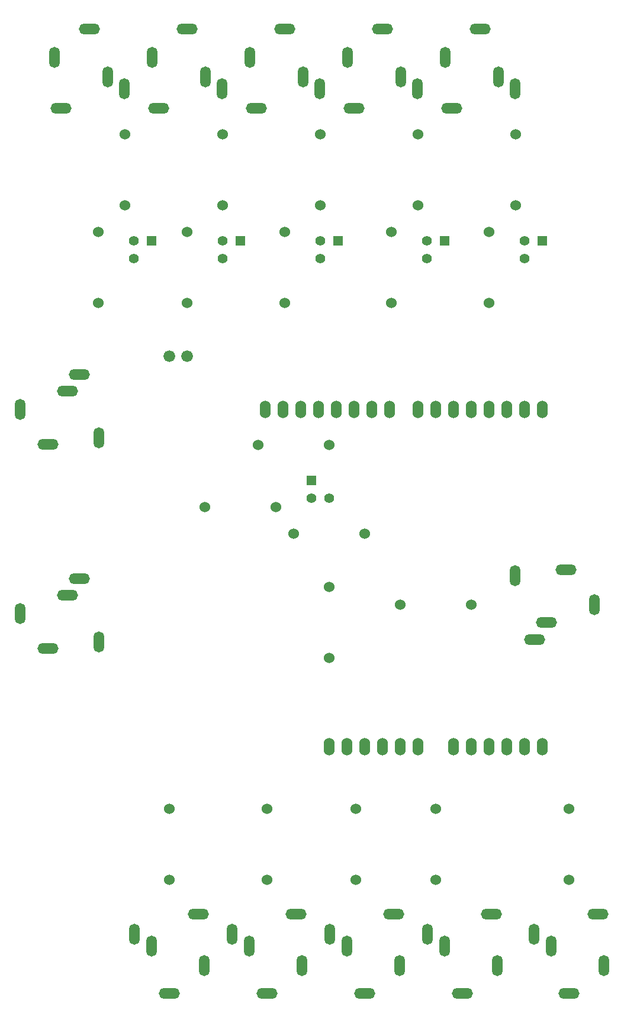
<source format=gts>
G04 (created by PCBNEW (2013-jul-07)-stable) date Fr 13 Feb 2015 15:01:28 CET*
%MOIN*%
G04 Gerber Fmt 3.4, Leading zero omitted, Abs format*
%FSLAX34Y34*%
G01*
G70*
G90*
G04 APERTURE LIST*
%ADD10C,0.00590551*%
%ADD11R,0.055X0.055*%
%ADD12C,0.055*%
%ADD13C,0.06*%
%ADD14C,0.066*%
%ADD15O,0.0590551X0.11811*%
%ADD16O,0.11811X0.0590551*%
%ADD17O,0.06X0.1*%
G04 APERTURE END LIST*
G54D10*
G54D11*
X73000Y-67000D03*
G54D12*
X73000Y-68000D03*
X74000Y-68000D03*
G54D11*
X64000Y-53500D03*
G54D12*
X63000Y-53500D03*
X63000Y-54500D03*
G54D11*
X69000Y-53500D03*
G54D12*
X68000Y-53500D03*
X68000Y-54500D03*
G54D11*
X74500Y-53500D03*
G54D12*
X73500Y-53500D03*
X73500Y-54500D03*
G54D11*
X80500Y-53500D03*
G54D12*
X79500Y-53500D03*
X79500Y-54500D03*
G54D11*
X86000Y-53500D03*
G54D12*
X85000Y-53500D03*
X85000Y-54500D03*
G54D13*
X66000Y-57000D03*
X66000Y-53000D03*
X65000Y-89500D03*
X65000Y-85500D03*
X74000Y-73000D03*
X74000Y-77000D03*
X82000Y-74000D03*
X78000Y-74000D03*
X76000Y-70000D03*
X72000Y-70000D03*
X61000Y-57000D03*
X61000Y-53000D03*
X80000Y-89500D03*
X80000Y-85500D03*
X71500Y-57000D03*
X71500Y-53000D03*
X77500Y-57000D03*
X77500Y-53000D03*
X83000Y-57000D03*
X83000Y-53000D03*
X74000Y-65000D03*
X70000Y-65000D03*
X84500Y-47500D03*
X84500Y-51500D03*
X79000Y-47500D03*
X79000Y-51500D03*
X73500Y-47500D03*
X73500Y-51500D03*
X68000Y-47500D03*
X68000Y-51500D03*
X62500Y-47500D03*
X62500Y-51500D03*
X67000Y-68500D03*
X71000Y-68500D03*
X75500Y-89500D03*
X75500Y-85500D03*
X70500Y-89500D03*
X70500Y-85500D03*
X87500Y-89500D03*
X87500Y-85500D03*
G54D14*
X65000Y-60000D03*
X66000Y-60000D03*
G54D15*
X84468Y-44937D03*
X80531Y-43165D03*
X83523Y-44267D03*
G54D16*
X82500Y-41590D03*
X80877Y-46039D03*
G54D15*
X78968Y-44937D03*
X75031Y-43165D03*
X78023Y-44267D03*
G54D16*
X77000Y-41590D03*
X75377Y-46039D03*
G54D15*
X73468Y-44937D03*
X69531Y-43165D03*
X72523Y-44267D03*
G54D16*
X71500Y-41590D03*
X69877Y-46039D03*
G54D15*
X67968Y-44937D03*
X64031Y-43165D03*
X67023Y-44267D03*
G54D16*
X66000Y-41590D03*
X64377Y-46039D03*
G54D15*
X62468Y-44937D03*
X58531Y-43165D03*
X61523Y-44267D03*
G54D16*
X60500Y-41590D03*
X58877Y-46039D03*
X59937Y-61031D03*
X58165Y-64968D03*
X59267Y-61976D03*
G54D15*
X56590Y-63000D03*
X61039Y-64622D03*
G54D16*
X59937Y-72531D03*
X58165Y-76468D03*
X59267Y-73476D03*
G54D15*
X56590Y-74500D03*
X61039Y-76122D03*
X63031Y-92562D03*
X66968Y-94334D03*
X63976Y-93232D03*
G54D16*
X65000Y-95909D03*
X66622Y-91460D03*
G54D15*
X68531Y-92562D03*
X72468Y-94334D03*
X69476Y-93232D03*
G54D16*
X70500Y-95909D03*
X72122Y-91460D03*
G54D15*
X79531Y-92562D03*
X83468Y-94334D03*
X80476Y-93232D03*
G54D16*
X81500Y-95909D03*
X83122Y-91460D03*
G54D15*
X74031Y-92562D03*
X77968Y-94334D03*
X74976Y-93232D03*
G54D16*
X76000Y-95909D03*
X77622Y-91460D03*
G54D15*
X85531Y-92562D03*
X89468Y-94334D03*
X86476Y-93232D03*
G54D16*
X87500Y-95909D03*
X89122Y-91460D03*
X85562Y-75968D03*
X87334Y-72031D03*
X86232Y-75023D03*
G54D15*
X88909Y-74000D03*
X84460Y-72377D03*
G54D17*
X86000Y-82000D03*
X85000Y-82000D03*
X84000Y-82000D03*
X81000Y-82000D03*
X82000Y-82000D03*
X83000Y-82000D03*
X79000Y-82000D03*
X78000Y-82000D03*
X77000Y-82000D03*
X75000Y-82000D03*
X74000Y-82000D03*
X86000Y-63000D03*
X85000Y-63000D03*
X84000Y-63000D03*
X83000Y-63000D03*
X82000Y-63000D03*
X81000Y-63000D03*
X80000Y-63000D03*
X79000Y-63000D03*
X77400Y-63000D03*
X76400Y-63000D03*
X75400Y-63000D03*
X74400Y-63000D03*
X73400Y-63000D03*
X72400Y-63000D03*
X71400Y-63000D03*
X70400Y-63000D03*
X76000Y-82000D03*
M02*

</source>
